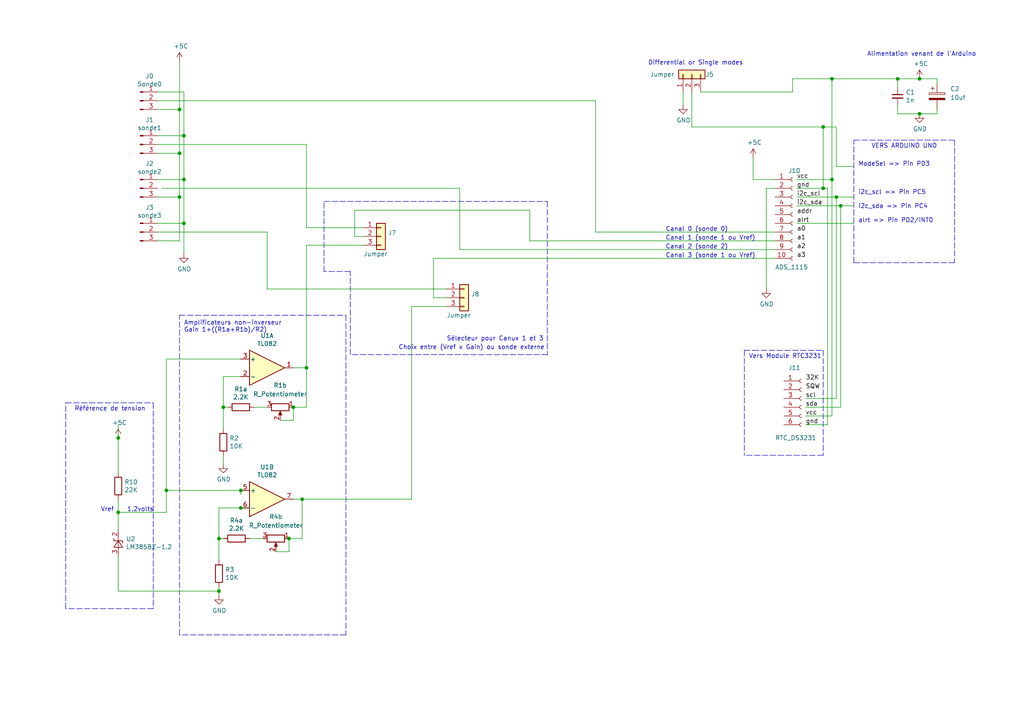
<source format=kicad_sch>
(kicad_sch (version 20211123) (generator eeschema)
  (paper "A4")
  (lib_symbols
    (symbol "Amplifier_Operational:TL082" (pin_names (offset 0.127))
      (property "Reference" "U" (at 0 5.08 0))
      (property "Value" "TL082" (at 0 -5.08 0))
      (symbol "TL082_1_1"
        (polyline (pts (xy -5.08 5.08) (xy 5.08 0) (xy -5.08 -5.08) (xy -5.08 5.08)) (stroke (width 0.254)) (fill (type background)))
        (pin output line (at 7.62 0 180) (length 2.54) (name "~") (number "1"))
        (pin input line (at -7.62 -2.54 0) (length 2.54) (name "-") (number "2"))
        (pin input line (at -7.62 2.54 0) (length 2.54) (name "+") (number "3"))
      )
      (symbol "TL082_2_1"
        (polyline (pts (xy -5.08 5.08) (xy 5.08 0) (xy -5.08 -5.08) (xy -5.08 5.08)) (stroke (width 0.254)) (fill (type background)))
        (pin input line (at -7.62 2.54 0) (length 2.54) (name "+") (number "5"))
        (pin input line (at -7.62 -2.54 0) (length 2.54) (name "-") (number "6"))
        (pin output line (at 7.62 0 180) (length 2.54) (name "~") (number "7"))
      )
      (symbol "TL082_3_1"
        (pin power_in line (at -2.54 -7.62 90) (length 3.81) (name "V-") (number "4"))
        (pin power_in line (at -2.54 7.62 270) (length 3.81) (name "V+") (number "8"))
      )
    )
    (symbol "Connector:Conn_01x03_Male" (pin_names (offset 1.016) hide)
      (property "Reference" "J" (at 0 5.08 0))
      (property "Value" "Conn_01x03_Male" (at 0 -5.08 0))
      (symbol "Conn_01x03_Male_1_1"
        (polyline (pts (xy 1.27 -2.54) (xy 0.8636 -2.54)) (stroke (width 0.1524)))
        (polyline (pts (xy 1.27 0) (xy 0.8636 0)) (stroke (width 0.1524)))
        (polyline (pts (xy 1.27 2.54) (xy 0.8636 2.54)) (stroke (width 0.1524)))
        (rectangle (start 0.8636 -2.413) (end 0 -2.667) (stroke (width 0.1524)) (fill (type outline)))
        (rectangle (start 0.8636 0.127) (end 0 -0.127) (stroke (width 0.1524)) (fill (type outline)))
        (rectangle (start 0.8636 2.667) (end 0 2.413) (stroke (width 0.1524)) (fill (type outline)))
        (pin passive line (at 5.08 2.54 180) (length 3.81) (name "Pin_1") (number "1"))
        (pin passive line (at 5.08 0 180) (length 3.81) (name "Pin_2") (number "2"))
        (pin passive line (at 5.08 -2.54 180) (length 3.81) (name "Pin_3") (number "3"))
      )
    )
    (symbol "Connector:Conn_01x06_Female" (pin_names (offset 1.016) hide)
      (property "Reference" "J" (at 0 7.62 0))
      (property "Value" "Conn_01x06_Female" (at 0 -10.16 0))
      (symbol "Conn_01x06_Female_1_1"
        (arc (start 0 -7.112) (mid -0.508 -7.62) (end 0 -8.128) (stroke (width 0.1524)))
        (arc (start 0 -4.572) (mid -0.508 -5.08) (end 0 -5.588) (stroke (width 0.1524)))
        (arc (start 0 -2.032) (mid -0.508 -2.54) (end 0 -3.048) (stroke (width 0.1524)))
        (polyline (pts (xy -1.27 -7.62) (xy -0.508 -7.62)) (stroke (width 0.1524)))
        (polyline (pts (xy -1.27 -5.08) (xy -0.508 -5.08)) (stroke (width 0.1524)))
        (polyline (pts (xy -1.27 -2.54) (xy -0.508 -2.54)) (stroke (width 0.1524)))
        (polyline (pts (xy -1.27 0) (xy -0.508 0)) (stroke (width 0.1524)))
        (polyline (pts (xy -1.27 2.54) (xy -0.508 2.54)) (stroke (width 0.1524)))
        (polyline (pts (xy -1.27 5.08) (xy -0.508 5.08)) (stroke (width 0.1524)))
        (arc (start 0 0.508) (mid -0.508 0) (end 0 -0.508) (stroke (width 0.1524)))
        (arc (start 0 3.048) (mid -0.508 2.54) (end 0 2.032) (stroke (width 0.1524)))
        (arc (start 0 5.588) (mid -0.508 5.08) (end 0 4.572) (stroke (width 0.1524)))
        (pin passive line (at -5.08 5.08 0) (length 3.81) (name "Pin_1") (number "1"))
        (pin passive line (at -5.08 2.54 0) (length 3.81) (name "Pin_2") (number "2"))
        (pin passive line (at -5.08 0 0) (length 3.81) (name "Pin_3") (number "3"))
        (pin passive line (at -5.08 -2.54 0) (length 3.81) (name "Pin_4") (number "4"))
        (pin passive line (at -5.08 -5.08 0) (length 3.81) (name "Pin_5") (number "5"))
        (pin passive line (at -5.08 -7.62 0) (length 3.81) (name "Pin_6") (number "6"))
      )
    )
    (symbol "Connector:Conn_01x10_Female" (pin_names (offset 1.016) hide)
      (property "Reference" "J" (at 0 12.7 0))
      (property "Value" "Conn_01x10_Female" (at 0 -15.24 0))
      (symbol "Conn_01x10_Female_1_1"
        (arc (start 0 -12.192) (mid -0.508 -12.7) (end 0 -13.208) (stroke (width 0.1524)))
        (arc (start 0 -9.652) (mid -0.508 -10.16) (end 0 -10.668) (stroke (width 0.1524)))
        (arc (start 0 -7.112) (mid -0.508 -7.62) (end 0 -8.128) (stroke (width 0.1524)))
        (arc (start 0 -4.572) (mid -0.508 -5.08) (end 0 -5.588) (stroke (width 0.1524)))
        (arc (start 0 -2.032) (mid -0.508 -2.54) (end 0 -3.048) (stroke (width 0.1524)))
        (polyline (pts (xy -1.27 -12.7) (xy -0.508 -12.7)) (stroke (width 0.1524)))
        (polyline (pts (xy -1.27 -10.16) (xy -0.508 -10.16)) (stroke (width 0.1524)))
        (polyline (pts (xy -1.27 -7.62) (xy -0.508 -7.62)) (stroke (width 0.1524)))
        (polyline (pts (xy -1.27 -5.08) (xy -0.508 -5.08)) (stroke (width 0.1524)))
        (polyline (pts (xy -1.27 -2.54) (xy -0.508 -2.54)) (stroke (width 0.1524)))
        (polyline (pts (xy -1.27 0) (xy -0.508 0)) (stroke (width 0.1524)))
        (polyline (pts (xy -1.27 2.54) (xy -0.508 2.54)) (stroke (width 0.1524)))
        (polyline (pts (xy -1.27 5.08) (xy -0.508 5.08)) (stroke (width 0.1524)))
        (polyline (pts (xy -1.27 7.62) (xy -0.508 7.62)) (stroke (width 0.1524)))
        (polyline (pts (xy -1.27 10.16) (xy -0.508 10.16)) (stroke (width 0.1524)))
        (arc (start 0 0.508) (mid -0.508 0) (end 0 -0.508) (stroke (width 0.1524)))
        (arc (start 0 3.048) (mid -0.508 2.54) (end 0 2.032) (stroke (width 0.1524)))
        (arc (start 0 5.588) (mid -0.508 5.08) (end 0 4.572) (stroke (width 0.1524)))
        (arc (start 0 8.128) (mid -0.508 7.62) (end 0 7.112) (stroke (width 0.1524)))
        (arc (start 0 10.668) (mid -0.508 10.16) (end 0 9.652) (stroke (width 0.1524)))
        (pin passive line (at -5.08 10.16 0) (length 3.81) (name "Pin_1") (number "1"))
        (pin passive line (at -5.08 -12.7 0) (length 3.81) (name "Pin_10") (number "10"))
        (pin passive line (at -5.08 7.62 0) (length 3.81) (name "Pin_2") (number "2"))
        (pin passive line (at -5.08 5.08 0) (length 3.81) (name "Pin_3") (number "3"))
        (pin passive line (at -5.08 2.54 0) (length 3.81) (name "Pin_4") (number "4"))
        (pin passive line (at -5.08 0 0) (length 3.81) (name "Pin_5") (number "5"))
        (pin passive line (at -5.08 -2.54 0) (length 3.81) (name "Pin_6") (number "6"))
        (pin passive line (at -5.08 -5.08 0) (length 3.81) (name "Pin_7") (number "7"))
        (pin passive line (at -5.08 -7.62 0) (length 3.81) (name "Pin_8") (number "8"))
        (pin passive line (at -5.08 -10.16 0) (length 3.81) (name "Pin_9") (number "9"))
      )
    )
    (symbol "Connector_Generic:Conn_01x03" (pin_names (offset 1.016) hide)
      (property "Reference" "J" (at 0 5.08 0))
      (property "Value" "Conn_01x03" (at 0 -5.08 0))
      (symbol "Conn_01x03_1_1"
        (rectangle (start -1.27 -2.413) (end 0 -2.667) (stroke (width 0.1524)))
        (rectangle (start -1.27 0.127) (end 0 -0.127) (stroke (width 0.1524)))
        (rectangle (start -1.27 2.667) (end 0 2.413) (stroke (width 0.1524)))
        (rectangle (start -1.27 3.81) (end 1.27 -3.81) (stroke (width 0.254)) (fill (type background)))
        (pin passive line (at -5.08 2.54 0) (length 3.81) (name "Pin_1") (number "1"))
        (pin passive line (at -5.08 0 0) (length 3.81) (name "Pin_2") (number "2"))
        (pin passive line (at -5.08 -2.54 0) (length 3.81) (name "Pin_3") (number "3"))
      )
    )
    (symbol "Device:C_Polarized" (pin_numbers hide) (pin_names (offset 0.254))
      (property "Reference" "C" (at 0.635 2.54 0))
      (property "Value" "C_Polarized" (at 0.635 -2.54 0))
      (symbol "C_Polarized_0_1"
        (rectangle (start -2.286 0.508) (end 2.286 1.016))
        (polyline (pts (xy -1.778 2.286) (xy -0.762 2.286)))
        (polyline (pts (xy -1.27 2.794) (xy -1.27 1.778)))
        (rectangle (start 2.286 -0.508) (end -2.286 -1.016) (fill (type outline)))
      )
      (symbol "C_Polarized_1_1"
        (pin passive line (at 0 3.81 270) (length 2.794) (name "~") (number "1"))
        (pin passive line (at 0 -3.81 90) (length 2.794) (name "~") (number "2"))
      )
    )
    (symbol "Device:C_Small" (pin_numbers hide) (pin_names (offset 0.254) hide)
      (property "Reference" "C" (at 0.254 1.778 0))
      (property "Value" "C_Small" (at 0.254 -2.032 0))
      (symbol "C_Small_0_1"
        (polyline (pts (xy -1.524 -0.508) (xy 1.524 -0.508)) (stroke (width 0.3302)))
        (polyline (pts (xy -1.524 0.508) (xy 1.524 0.508)) (stroke (width 0.3048)))
      )
      (symbol "C_Small_1_1"
        (pin passive line (at 0 2.54 270) (length 2.032) (name "~") (number "1"))
        (pin passive line (at 0 -2.54 90) (length 2.032) (name "~") (number "2"))
      )
    )
    (symbol "Device:R" (pin_numbers hide) (pin_names (offset 0))
      (property "Reference" "R" (at 2.032 0 90))
      (property "Value" "R" (at 0 0 90))
      (symbol "R_0_1"
        (rectangle (start -1.016 -2.54) (end 1.016 2.54) (stroke (width 0.254)))
      )
      (symbol "R_1_1"
        (pin passive line (at 0 3.81 270) (length 1.27) (name "~") (number "1"))
        (pin passive line (at 0 -3.81 90) (length 1.27) (name "~") (number "2"))
      )
    )
    (symbol "Device:R_Potentiometer" (pin_names (offset 1.016) hide)
      (property "Reference" "RV" (at -4.445 0 90))
      (property "Value" "R_Potentiometer" (at -2.54 0 90))
      (symbol "R_Potentiometer_0_1"
        (polyline (pts (xy 2.54 0) (xy 1.524 0)))
        (polyline (pts (xy 1.143 0) (xy 2.286 0.508) (xy 2.286 -0.508) (xy 1.143 0)) (fill (type outline)))
        (rectangle (start 1.016 2.54) (end -1.016 -2.54) (stroke (width 0.254)))
      )
      (symbol "R_Potentiometer_1_1"
        (pin passive line (at 0 3.81 270) (length 1.27) (name "1") (number "1"))
        (pin passive line (at 3.81 0 180) (length 1.27) (name "2") (number "2"))
        (pin passive line (at 0 -3.81 90) (length 1.27) (name "3") (number "3"))
      )
    )
    (symbol "Reference_Voltage:LM385BZ-1.2" (pin_names (offset 0.0254) hide)
      (property "Reference" "U" (at 0 2.54 0))
      (property "Value" "LM385BZ-1.2" (at 0 -3.175 0))
      (symbol "LM385BZ-1.2_0_1"
        (polyline (pts (xy -1.27 0) (xy 0 0) (xy 1.27 0)))
        (polyline (pts (xy -1.27 -1.27) (xy 0.635 0) (xy -1.27 1.27) (xy -1.27 -1.27)) (stroke (width 0.2032)))
        (polyline (pts (xy 0 -1.27) (xy 0.635 -1.27) (xy 0.635 1.27) (xy 1.27 1.27)) (stroke (width 0.2032)))
      )
      (symbol "LM385BZ-1.2_1_1"
        (pin passive line (at 3.81 0 180) (length 2.54) (name "K") (number "2"))
        (pin passive line (at -3.81 0 0) (length 2.54) (name "A") (number "3"))
      )
    )
    (symbol "power:+5C" (power) (pin_names (offset 0))
      (property "Value" "+5C" (at 0 3.556 0))
      (symbol "+5C_0_1"
        (polyline (pts (xy -0.762 1.27) (xy 0 2.54)))
        (polyline (pts (xy 0 0) (xy 0 2.54)))
        (polyline (pts (xy 0 2.54) (xy 0.762 1.27)))
      )
      (symbol "+5C_1_1"
        (pin power_in line (at 0 0 90) (length 0) hide (name "+5C") (number "1"))
      )
    )
    (symbol "power:GND" (power) (pin_names (offset 0))
      (property "Value" "GND" (at 0 -3.81 0))
      (symbol "GND_0_1"
        (polyline (pts (xy 0 0) (xy 0 -1.27) (xy 1.27 -1.27) (xy 0 -2.54) (xy -1.27 -1.27) (xy 0 -1.27)))
      )
      (symbol "GND_1_1"
        (pin power_in line (at 0 0 270) (length 0) hide (name "GND") (number "1"))
      )
    )
  )
  (junction (at 64.77 118.11))
  (junction (at 87.63 144.78))
  (junction (at 63.5 171.45))
  (junction (at 53.34 52.07))
  (junction (at 266.7 22.86))
  (junction (at 34.29 127))
  (junction (at 83.82 156.21))
  (junction (at 85.09 118.11))
  (junction (at 88.9 106.68))
  (junction (at 52.07 31.75))
  (junction (at 52.07 44.45))
  (junction (at 69.85 147.32))
  (junction (at 238.76 54.61))
  (junction (at 266.7 33.02))
  (junction (at 34.29 148.59))
  (junction (at 241.3 22.86))
  (junction (at 69.85 142.24))
  (junction (at 63.5 156.21))
  (junction (at 53.34 39.37))
  (junction (at 243.84 59.69))
  (junction (at 241.3 52.07))
  (junction (at 238.76 36.83))
  (junction (at 52.07 57.15))
  (junction (at 48.26 142.24))
  (junction (at 53.34 64.77))
  (junction (at 242.57 57.15))
  (junction (at 260.35 22.86))
  (wire (pts (xy 88.9 118.11) (xy 88.9 106.68)))
  (polyline (pts (xy 158.75 102.87) (xy 101.6 102.87)))
  (wire (pts (xy 53.34 52.07) (xy 53.34 39.37)))
  (wire (pts (xy 119.38 144.78) (xy 119.38 88.9)))
  (polyline (pts (xy 19.05 116.84) (xy 44.45 116.84)))
  (wire (pts (xy 133.35 54.61) (xy 133.35 72.39)))
  (wire (pts (xy 53.34 64.77) (xy 53.34 52.07)))
  (wire (pts (xy 241.3 120.65) (xy 233.68 120.65)))
  (wire (pts (xy 231.14 64.77) (xy 247.65 64.77)))
  (wire (pts (xy 85.09 121.92) (xy 85.09 118.11)))
  (wire (pts (xy 53.34 73.66) (xy 53.34 64.77)))
  (wire (pts (xy 76.2 156.21) (xy 72.39 156.21)))
  (wire (pts (xy 271.78 33.02) (xy 271.78 31.75)))
  (wire (pts (xy 64.77 132.08) (xy 64.77 134.62)))
  (wire (pts (xy 77.47 83.82) (xy 129.54 83.82)))
  (wire (pts (xy 64.77 118.11) (xy 66.04 118.11)))
  (wire (pts (xy 52.07 57.15) (xy 52.07 69.85)))
  (wire (pts (xy 260.35 33.02) (xy 266.7 33.02)))
  (wire (pts (xy 87.63 156.21) (xy 87.63 144.78)))
  (wire (pts (xy 119.38 88.9) (xy 129.54 88.9)))
  (wire (pts (xy 34.29 148.59) (xy 34.29 153.67)))
  (wire (pts (xy 203.2 26.67) (xy 229.87 26.67)))
  (wire (pts (xy 63.5 171.45) (xy 63.5 172.72)))
  (wire (pts (xy 242.57 48.26) (xy 247.65 48.26)))
  (wire (pts (xy 52.07 31.75) (xy 45.72 31.75)))
  (wire (pts (xy 45.72 29.21) (xy 172.72 29.21)))
  (polyline (pts (xy 218.44 101.6) (xy 238.76 101.6)))
  (wire (pts (xy 218.44 45.72) (xy 218.44 52.07)))
  (wire (pts (xy 64.77 109.22) (xy 69.85 109.22)))
  (wire (pts (xy 83.82 160.02) (xy 83.82 156.21)))
  (wire (pts (xy 45.72 67.31) (xy 77.47 67.31)))
  (wire (pts (xy 240.03 123.19) (xy 233.68 123.19)))
  (wire (pts (xy 53.34 52.07) (xy 45.72 52.07)))
  (wire (pts (xy 260.35 25.4) (xy 260.35 22.86)))
  (wire (pts (xy 63.5 147.32) (xy 69.85 147.32)))
  (wire (pts (xy 52.07 69.85) (xy 45.72 69.85)))
  (wire (pts (xy 48.26 104.14) (xy 69.85 104.14)))
  (polyline (pts (xy 100.33 91.44) (xy 100.33 184.15)))
  (wire (pts (xy 133.35 72.39) (xy 224.79 72.39)))
  (wire (pts (xy 53.34 26.67) (xy 45.72 26.67)))
  (wire (pts (xy 198.12 26.67) (xy 198.12 30.48)))
  (wire (pts (xy 34.29 123.19) (xy 34.29 127)))
  (polyline (pts (xy 158.75 58.42) (xy 158.75 102.87)))
  (polyline (pts (xy 19.05 176.53) (xy 19.05 116.84)))
  (wire (pts (xy 69.85 147.32) (xy 72.39 147.32)))
  (wire (pts (xy 172.72 67.31) (xy 224.79 67.31)))
  (polyline (pts (xy 215.9 101.6) (xy 215.9 132.08)))
  (polyline (pts (xy 52.07 184.15) (xy 52.07 91.44)))
  (wire (pts (xy 243.84 59.69) (xy 247.65 59.69)))
  (wire (pts (xy 80.01 160.02) (xy 83.82 160.02)))
  (wire (pts (xy 266.7 22.86) (xy 271.78 22.86)))
  (polyline (pts (xy 247.65 76.2) (xy 247.65 40.64)))
  (wire (pts (xy 222.25 54.61) (xy 224.79 54.61)))
  (wire (pts (xy 238.76 54.61) (xy 238.76 36.83)))
  (wire (pts (xy 85.09 106.68) (xy 88.9 106.68)))
  (wire (pts (xy 102.87 68.58) (xy 102.87 60.96)))
  (wire (pts (xy 85.09 118.11) (xy 88.9 118.11)))
  (wire (pts (xy 63.5 162.56) (xy 63.5 156.21)))
  (wire (pts (xy 52.07 44.45) (xy 45.72 44.45)))
  (wire (pts (xy 129.54 86.36) (xy 125.73 86.36)))
  (wire (pts (xy 69.85 142.24) (xy 48.26 142.24)))
  (wire (pts (xy 125.73 74.93) (xy 224.79 74.93)))
  (polyline (pts (xy 93.98 58.42) (xy 158.75 58.42)))
  (polyline (pts (xy 44.45 176.53) (xy 19.05 176.53)))
  (wire (pts (xy 200.66 36.83) (xy 238.76 36.83)))
  (wire (pts (xy 260.35 22.86) (xy 266.7 22.86)))
  (polyline (pts (xy 247.65 40.64) (xy 276.86 40.64)))
  (wire (pts (xy 69.85 143.51) (xy 69.85 142.24)))
  (wire (pts (xy 172.72 29.21) (xy 172.72 67.31)))
  (wire (pts (xy 266.7 33.02) (xy 271.78 33.02)))
  (polyline (pts (xy 101.6 78.74) (xy 93.98 78.74)))
  (wire (pts (xy 52.07 44.45) (xy 52.07 57.15)))
  (wire (pts (xy 46.99 54.61) (xy 133.35 54.61)))
  (wire (pts (xy 64.77 124.46) (xy 64.77 118.11)))
  (wire (pts (xy 88.9 41.91) (xy 88.9 66.04)))
  (wire (pts (xy 222.25 83.82) (xy 222.25 54.61)))
  (polyline (pts (xy 93.98 78.74) (xy 93.98 58.42)))
  (wire (pts (xy 271.78 22.86) (xy 271.78 24.13)))
  (wire (pts (xy 87.63 144.78) (xy 119.38 144.78)))
  (wire (pts (xy 241.3 22.86) (xy 241.3 52.07)))
  (wire (pts (xy 153.67 69.85) (xy 224.79 69.85)))
  (wire (pts (xy 52.07 57.15) (xy 45.72 57.15)))
  (wire (pts (xy 200.66 26.67) (xy 200.66 36.83)))
  (wire (pts (xy 53.34 39.37) (xy 53.34 26.67)))
  (wire (pts (xy 243.84 59.69) (xy 243.84 118.11)))
  (wire (pts (xy 63.5 170.18) (xy 63.5 171.45)))
  (wire (pts (xy 52.07 17.78) (xy 52.07 31.75)))
  (wire (pts (xy 48.26 104.14) (xy 48.26 142.24)))
  (wire (pts (xy 153.67 60.96) (xy 153.67 69.85)))
  (wire (pts (xy 85.09 144.78) (xy 87.63 144.78)))
  (wire (pts (xy 88.9 106.68) (xy 88.9 71.12)))
  (wire (pts (xy 53.34 39.37) (xy 45.72 39.37)))
  (wire (pts (xy 77.47 67.31) (xy 77.47 83.82)))
  (wire (pts (xy 242.57 57.15) (xy 247.65 57.15)))
  (wire (pts (xy 260.35 30.48) (xy 260.35 33.02)))
  (wire (pts (xy 34.29 144.78) (xy 34.29 148.59)))
  (wire (pts (xy 34.29 148.59) (xy 48.26 148.59)))
  (wire (pts (xy 34.29 137.16) (xy 34.29 127)))
  (wire (pts (xy 83.82 156.21) (xy 87.63 156.21)))
  (polyline (pts (xy 276.86 40.64) (xy 276.86 76.2)))
  (wire (pts (xy 218.44 52.07) (xy 224.79 52.07)))
  (wire (pts (xy 240.03 54.61) (xy 240.03 123.19)))
  (wire (pts (xy 34.29 171.45) (xy 63.5 171.45)))
  (wire (pts (xy 231.14 52.07) (xy 241.3 52.07)))
  (wire (pts (xy 102.87 60.96) (xy 153.67 60.96)))
  (polyline (pts (xy 238.76 132.08) (xy 215.9 132.08)))
  (wire (pts (xy 238.76 54.61) (xy 240.03 54.61)))
  (wire (pts (xy 231.14 54.61) (xy 238.76 54.61)))
  (wire (pts (xy 105.41 68.58) (xy 102.87 68.58)))
  (wire (pts (xy 233.68 115.57) (xy 242.57 115.57)))
  (polyline (pts (xy 52.07 91.44) (xy 100.33 91.44)))
  (wire (pts (xy 242.57 36.83) (xy 242.57 48.26)))
  (polyline (pts (xy 101.6 102.87) (xy 101.6 78.74)))
  (wire (pts (xy 231.14 59.69) (xy 243.84 59.69)))
  (wire (pts (xy 238.76 36.83) (xy 242.57 36.83)))
  (wire (pts (xy 229.87 22.86) (xy 241.3 22.86)))
  (wire (pts (xy 77.47 118.11) (xy 73.66 118.11)))
  (wire (pts (xy 81.28 121.92) (xy 85.09 121.92)))
  (wire (pts (xy 88.9 71.12) (xy 105.41 71.12)))
  (wire (pts (xy 125.73 86.36) (xy 125.73 74.93)))
  (wire (pts (xy 243.84 118.11) (xy 233.68 118.11)))
  (wire (pts (xy 63.5 156.21) (xy 64.77 156.21)))
  (wire (pts (xy 64.77 118.11) (xy 64.77 109.22)))
  (polyline (pts (xy 44.45 116.84) (xy 44.45 176.53)))
  (wire (pts (xy 88.9 66.04) (xy 105.41 66.04)))
  (wire (pts (xy 63.5 156.21) (xy 63.5 147.32)))
  (wire (pts (xy 229.87 26.67) (xy 229.87 22.86)))
  (wire (pts (xy 52.07 31.75) (xy 52.07 44.45)))
  (wire (pts (xy 48.26 142.24) (xy 48.26 148.59)))
  (wire (pts (xy 241.3 22.86) (xy 260.35 22.86)))
  (wire (pts (xy 231.14 57.15) (xy 242.57 57.15)))
  (polyline (pts (xy 100.33 184.15) (xy 52.07 184.15)))
  (polyline (pts (xy 215.9 101.6) (xy 218.44 101.6)))
  (wire (pts (xy 242.57 57.15) (xy 242.57 115.57)))
  (polyline (pts (xy 276.86 76.2) (xy 247.65 76.2)))
  (polyline (pts (xy 238.76 101.6) (xy 238.76 132.08)))
  (wire (pts (xy 241.3 52.07) (xy 241.3 120.65)))
  (wire (pts (xy 34.29 161.29) (xy 34.29 171.45)))
  (wire (pts (xy 53.34 64.77) (xy 45.72 64.77)))
  (wire (pts (xy 45.72 41.91) (xy 88.9 41.91)))
  (text "Choix entre (Vref x Gain) ou sonde externe" (at 115.57 101.6 0) (effects (font (size 1.27 1.27)) (justify left bottom)))
  (text "ModeSel => Pin PD3\n\n\n\ni2c_scl => Pin PC5\n\ni2c_sda => Pin PC4\n\nalrt => Pin PD2/INT0" (at 248.92 64.77 0) (effects (font (size 1.27 1.27)) (justify left bottom)))
  (text "1.2volts" (at 36.83 148.59 0) (effects (font (size 1.27 1.27)) (justify left bottom)))
  (text "Canal 0 (sonde 0)" (at 193.04 67.31 0) (effects (font (size 1.27 1.27)) (justify left bottom)))
  (text "Vers Module RTC3231" (at 217.17 104.14 0) (effects (font (size 1.27 1.27)) (justify left bottom)))
  (text "Differential or Single modes" (at 187.96 19.05 0) (effects (font (size 1.27 1.27)) (justify left bottom)))
  (text "Canal 3 (sonde 1 ou Vref)" (at 193.04 74.93 0) (effects (font (size 1.27 1.27)) (justify left bottom)))
  (text "Référence de tension" (at 21.59 119.38 0) (effects (font (size 1.27 1.27)) (justify left bottom)))
  (text "Vref" (at 29.21 148.59 0) (effects (font (size 1.27 1.27)) (justify left bottom)))
  (text "Alimentation venant de l'Arduino" (at 251.46 16.51 0) (effects (font (size 1.27 1.27)) (justify left bottom)))
  (text "Amplificateurs non-inverseur\nGain 1+((R1a+R1b)/R2)" (at 53.34 96.52 0) (effects (font (size 1.27 1.27)) (justify left bottom)))
  (text "Sélecteur pour Canux 1 et 3" (at 129.54 99.06 0) (effects (font (size 1.27 1.27)) (justify left bottom)))
  (text "VERS ARDUINO UNO" (at 252.73 43.18 0) (effects (font (size 1.27 1.27)) (justify left bottom)))
  (text "Canal 1 (sonde 1 ou Vref)" (at 193.04 69.85 0) (effects (font (size 1.27 1.27)) (justify left bottom)))
  (text "Canal 2 (sonde 2)" (at 193.04 72.39 0) (effects (font (size 1.27 1.27)) (justify left bottom)))
  (label "gnd" (at 233.68 123.19 0))
  (label "gnd" (at 231.14 54.61 0))
  (label "SQW" (at 233.68 113.03 0))
  (label "i2c_scl" (at 231.14 57.15 0))
  (label "sda" (at 233.68 118.11 0))
  (label "addr" (at 231.14 62.23 0))
  (label "i2c_sda" (at 231.14 59.69 0))
  (label "a3" (at 231.14 74.93 0))
  (label "vcc" (at 231.14 52.07 0))
  (label "a0" (at 231.14 67.31 0))
  (label "32K" (at 233.68 110.49 0))
  (label "a2" (at 231.14 72.39 0))
  (label "vcc" (at 233.68 120.65 0))
  (label "alrt" (at 231.14 64.77 0))
  (label "a1" (at 231.14 69.85 0))
  (label "scl" (at 233.68 115.57 0))
  (symbol (lib_id "Amplifier_Operational:TL082") (at 77.47 106.68 0) (unit 1)
    (property "Reference" "U1" (at 77.47 97.3582 0))
    (property "Value" "TL082" (at 77.47 99.6696 0))
    (property "Datasheet" "http://www.ti.com/lit/ds/symlink/tl081.pdf" (effects hide))
  )
  (symbol (lib_id "Amplifier_Operational:TL082") (at 77.47 144.78 0) (unit 2)
    (property "Reference" "U1" (at 77.47 135.4582 0))
    (property "Value" "TL082" (at 77.47 137.7696 0))
    (property "Datasheet" "http://www.ti.com/lit/ds/symlink/tl081.pdf" (effects hide))
  )
  (symbol (lib_id "Device:R") (at 63.5 166.37 0) (unit 1)
    (property "Reference" "R3" (at 65.278 165.2016 0) (effects (justify left)))
    (property "Value" "10K" (at 65.278 167.513 0) (effects (justify left)))
  )
  (symbol (lib_id "Device:R") (at 68.58 156.21 270) (unit 1)
    (property "Reference" "R4a" (at 68.58 150.9522 90))
    (property "Value" "2.2K" (at 68.58 153.2636 90))
  )
  (symbol (lib_id "power:GND") (at 63.5 172.72 0) (unit 1)
    (property "Reference" "#PWR?" (effects hide))
    (property "Value" "GND" (at 63.627 177.1142 0))
  )
  (symbol (lib_id "Reference_Voltage:LM385BZ-1.2") (at 34.29 157.48 90) (unit 1)
    (property "Reference" "U2" (at 36.5252 156.3116 90) (effects (justify right)))
    (property "Value" "LM385BZ-1.2" (at 36.5252 158.623 90) (effects (justify right)))
    (property "Footprint" "Package_TO_SOT_THT:TO-92_Inline" (effects hide))
    (property "Datasheet" "http://www.onsemi.com/pub_link/Collateral/LM285-D.PDF" (effects hide))
  )
  (symbol (lib_id "Device:R") (at 34.29 140.97 0) (unit 1)
    (property "Reference" "R10" (at 36.068 139.8016 0) (effects (justify left)))
    (property "Value" "22K" (at 36.068 142.113 0) (effects (justify left)))
  )
  (symbol (lib_id "power:+5C") (at 34.29 127 0) (unit 1)
    (property "Reference" "#PWR?" (effects hide))
    (property "Value" "+5C" (at 34.671 122.6058 0))
  )
  (symbol (lib_id "Device:R") (at 64.77 128.27 0) (unit 1)
    (property "Reference" "R2" (at 66.548 127.1016 0) (effects (justify left)))
    (property "Value" "10K" (at 66.548 129.413 0) (effects (justify left)))
  )
  (symbol (lib_id "Device:R") (at 69.85 118.11 270) (unit 1)
    (property "Reference" "R1a" (at 69.85 112.8522 90))
    (property "Value" "2.2K" (at 69.85 115.1636 90))
  )
  (symbol (lib_id "power:GND") (at 64.77 134.62 0) (unit 1)
    (property "Reference" "#PWR?" (effects hide))
    (property "Value" "GND" (at 64.897 139.0142 0))
  )
  (symbol (lib_id "Connector:Conn_01x03_Male") (at 40.64 29.21 0) (unit 1)
    (property "Reference" "J0" (at 43.3832 22.0726 0))
    (property "Value" "Sonde0" (at 43.3832 24.384 0))
  )
  (symbol (lib_id "Connector:Conn_01x10_Female") (at 229.87 62.23 0) (unit 1)
    (property "Reference" "J10" (at 228.6 49.53 0) (effects (justify left)))
    (property "Value" "ADS_1115" (at 224.79 77.47 0) (effects (justify left)))
  )
  (symbol (lib_id "Connector:Conn_01x03_Male") (at 40.64 41.91 0) (unit 1)
    (property "Reference" "J1" (at 43.3832 34.7726 0))
    (property "Value" "sonde1" (at 43.3832 37.084 0))
  )
  (symbol (lib_id "Connector:Conn_01x03_Male") (at 40.64 54.61 0) (unit 1)
    (property "Reference" "J2" (at 43.3832 47.4726 0))
    (property "Value" "sonde2" (at 43.3832 49.784 0))
  )
  (symbol (lib_id "Connector:Conn_01x03_Male") (at 40.64 67.31 0) (unit 1)
    (property "Reference" "J3" (at 43.3832 60.1726 0))
    (property "Value" "sonde3" (at 43.3832 62.484 0))
  )
  (symbol (lib_id "power:+5C") (at 52.07 17.78 0) (unit 1)
    (property "Reference" "#PWR?" (effects hide))
    (property "Value" "+5C" (at 52.451 13.3858 0))
  )
  (symbol (lib_id "power:GND") (at 53.34 73.66 0) (unit 1)
    (property "Reference" "#PWR?" (effects hide))
    (property "Value" "GND" (at 53.467 78.0542 0))
  )
  (symbol (lib_id "power:GND") (at 222.25 83.82 0) (unit 1)
    (property "Reference" "#PWR?" (effects hide))
    (property "Value" "GND" (at 222.377 88.2142 0))
  )
  (symbol (lib_id "power:+5C") (at 218.44 45.72 0) (unit 1)
    (property "Reference" "#PWR?" (effects hide))
    (property "Value" "+5C" (at 218.821 41.3258 0))
  )
  (symbol (lib_id "power:+5C") (at 266.7 22.86 0) (unit 1)
    (property "Reference" "#PWR?" (effects hide))
    (property "Value" "+5C" (at 267.081 18.4658 0))
  )
  (symbol (lib_id "power:GND") (at 266.7 33.02 0) (unit 1)
    (property "Reference" "#PWR?" (effects hide))
    (property "Value" "GND" (at 266.827 37.4142 0))
  )
  (symbol (lib_id "Device:C_Small") (at 260.35 27.94 0) (unit 1)
    (property "Reference" "C1" (at 262.6868 26.7716 0) (effects (justify left)))
    (property "Value" "1n" (at 262.6868 29.083 0) (effects (justify left)))
  )
  (symbol (lib_id "Connector_Generic:Conn_01x03") (at 110.49 68.58 0) (unit 1)
    (property "Reference" "J7" (at 112.522 67.5132 0) (effects (justify left)))
    (property "Value" "Jumper" (at 105.41 73.66 0) (effects (justify left)))
  )
  (symbol (lib_id "Connector_Generic:Conn_01x03") (at 134.62 86.36 0) (unit 1)
    (property "Reference" "J8" (at 136.652 85.2932 0) (effects (justify left)))
    (property "Value" "Jumper" (at 129.54 91.44 0) (effects (justify left)))
  )
  (symbol (lib_id "Device:R_Potentiometer") (at 81.28 118.11 270) (unit 1)
    (property "Reference" "R1b" (at 81.28 111.76 90))
    (property "Value" "R_Potentiometer" (at 81.28 114.3 90))
  )
  (symbol (lib_id "Connector:Conn_01x06_Female") (at 232.41 115.57 0) (unit 1)
    (property "Reference" "J11" (at 228.6 106.68 0) (effects (justify left)))
    (property "Value" "RTC_DS3231" (at 224.79 127 0) (effects (justify left)))
  )
  (symbol (lib_id "power:GND") (at 198.12 30.48 0) (unit 1)
    (property "Reference" "#PWR?" (effects hide))
    (property "Value" "GND" (at 198.247 34.8742 0))
  )
  (symbol (lib_id "Connector_Generic:Conn_01x03") (at 200.66 21.59 90) (unit 1)
    (property "Reference" "J5" (at 207.01 21.59 90) (effects (justify left)))
    (property "Value" "Jumper" (at 195.58 21.59 90) (effects (justify left)))
  )
  (symbol (lib_id "Device:R_Potentiometer") (at 80.01 156.21 270) (unit 1)
    (property "Reference" "R4b" (at 80.01 149.86 90))
    (property "Value" "R_Potentiometer" (at 80.01 152.4 90))
  )
  (symbol (lib_id "Device:C_Polarized") (at 271.78 27.94 0) (unit 1)
    (property "Reference" "C2" (at 275.59 25.7809 0) (effects (justify left)))
    (property "Value" "10uf" (at 275.59 28.3209 0) (effects (justify left)))
  )
)
</source>
